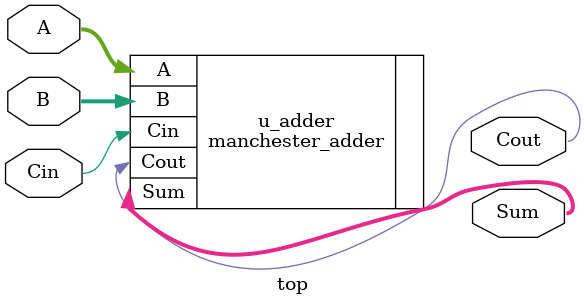
<source format=v>
module top (
    input  [15:0] A,
    input  [15:0] B,
    input        Cin,
    output [15:0] Sum,
    output        Cout
);
  manchester_adder u_adder (
    .A(A),
    .B(B),
    .Cin(Cin),
    .Sum(Sum),
    .Cout(Cout)
  );
endmodule

</source>
